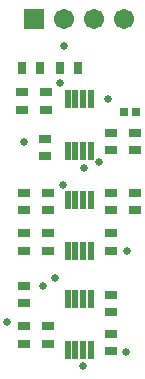
<source format=gts>
G04 Layer_Color=8388736*
%FSLAX44Y44*%
%MOMM*%
G71*
G01*
G75*
%ADD26R,0.8032X1.1032*%
%ADD27R,1.1032X0.8032*%
%ADD28R,0.5500X1.5500*%
%ADD29R,0.7032X0.8032*%
%ADD30C,1.7032*%
%ADD31R,1.7032X1.7032*%
%ADD32C,0.6532*%
D26*
X298330Y501650D02*
D03*
X283330D02*
D03*
X330080D02*
D03*
X315080D02*
D03*
D27*
X283210Y481210D02*
D03*
Y466210D02*
D03*
X303530Y481210D02*
D03*
Y466210D02*
D03*
X358140Y361830D02*
D03*
Y346830D02*
D03*
Y446920D02*
D03*
Y431920D02*
D03*
X304800Y396120D02*
D03*
Y381120D02*
D03*
Y346830D02*
D03*
Y361830D02*
D03*
X284480Y361830D02*
D03*
Y346830D02*
D03*
X302260Y441840D02*
D03*
Y426840D02*
D03*
X284480Y381120D02*
D03*
Y396120D02*
D03*
X378460Y381120D02*
D03*
Y396120D02*
D03*
X358140Y381120D02*
D03*
Y396120D02*
D03*
X284480Y302380D02*
D03*
Y317380D02*
D03*
X378460Y446920D02*
D03*
Y431920D02*
D03*
X358140Y276740D02*
D03*
Y261740D02*
D03*
X304800Y283090D02*
D03*
Y268090D02*
D03*
X358140Y309760D02*
D03*
Y294760D02*
D03*
X284480Y283090D02*
D03*
Y268090D02*
D03*
D28*
X321720Y346300D02*
D03*
X328220D02*
D03*
X334720D02*
D03*
X341220D02*
D03*
X321720Y390300D02*
D03*
X328220D02*
D03*
X334720D02*
D03*
X341220D02*
D03*
X321720Y431390D02*
D03*
X328220D02*
D03*
X334720D02*
D03*
X341220D02*
D03*
X321720Y475390D02*
D03*
X328220D02*
D03*
X334720D02*
D03*
X341220D02*
D03*
X321720Y262480D02*
D03*
X328220D02*
D03*
X334720D02*
D03*
X341220D02*
D03*
X321720Y306480D02*
D03*
X328220D02*
D03*
X334720D02*
D03*
X341220D02*
D03*
D29*
X379650Y464820D02*
D03*
X369650D02*
D03*
D30*
X369450Y543000D02*
D03*
X344050D02*
D03*
X318650D02*
D03*
D31*
X293250D02*
D03*
D32*
X371500Y346750D02*
D03*
X371000Y261500D02*
D03*
X317250Y402500D02*
D03*
X300990Y317500D02*
D03*
X270510Y287020D02*
D03*
X311150Y323850D02*
D03*
X314960Y488950D02*
D03*
X355500Y475250D02*
D03*
X335250Y417250D02*
D03*
X348250Y422000D02*
D03*
X318500Y520000D02*
D03*
X284480Y439420D02*
D03*
X334750Y249250D02*
D03*
M02*

</source>
